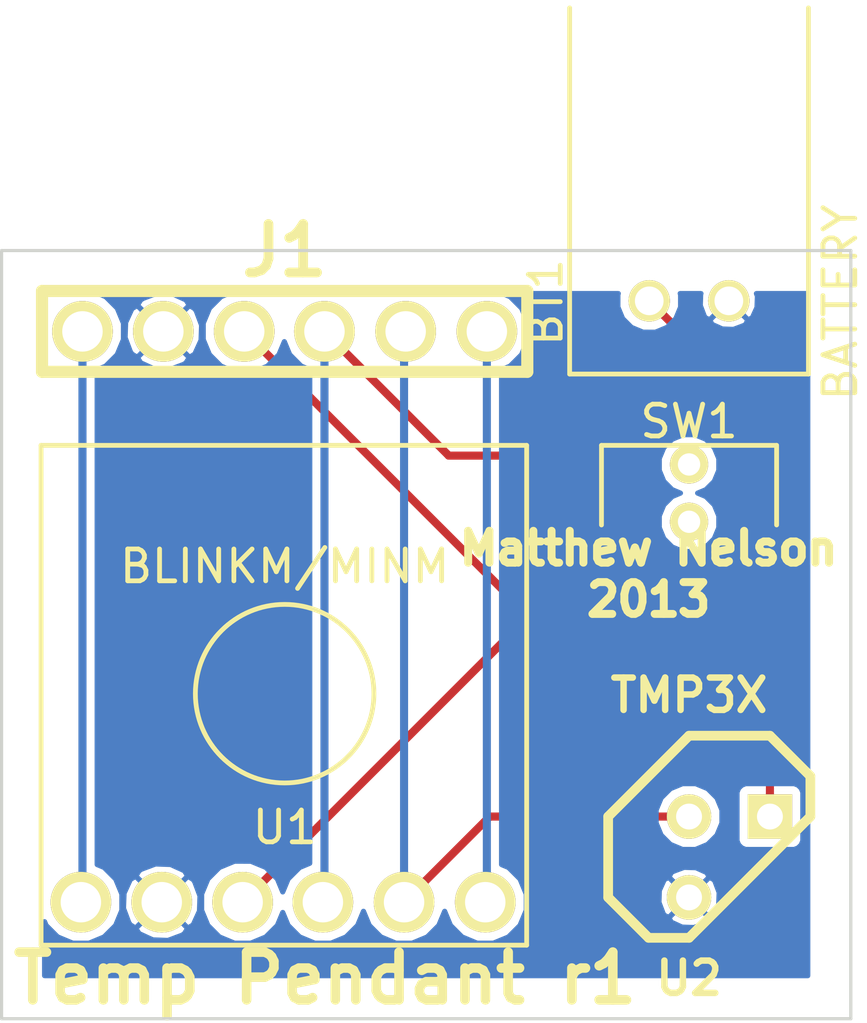
<source format=kicad_pcb>
(kicad_pcb (version 3) (host pcbnew "(2013-07-07 BZR 4022)-stable")

  (general
    (links 15)
    (no_connects 0)
    (area 199.339999 118.876 226.559 151.180001)
    (thickness 1.6)
    (drawings 6)
    (tracks 36)
    (zones 0)
    (modules 5)
    (nets 7)
  )

  (page A3)
  (title_block 
    (title "Temperature Pendant")
    (rev 1)
    (company "Aerodyne Labs")
    (comment 1 "Matthew Nelson")
    (comment 2 mnelson@aerodynelabs.com)
    (comment 3 www.rfgeeks.com)
  )

  (layers
    (15 F.Cu signal)
    (0 B.Cu signal)
    (16 B.Adhes user)
    (17 F.Adhes user)
    (18 B.Paste user)
    (19 F.Paste user)
    (20 B.SilkS user)
    (21 F.SilkS user)
    (22 B.Mask user)
    (23 F.Mask user)
    (24 Dwgs.User user)
    (25 Cmts.User user)
    (26 Eco1.User user)
    (27 Eco2.User user)
    (28 Edge.Cuts user)
  )

  (setup
    (last_trace_width 0.254)
    (trace_clearance 0.254)
    (zone_clearance 0.16)
    (zone_45_only no)
    (trace_min 0.254)
    (segment_width 0.2)
    (edge_width 0.1)
    (via_size 0.889)
    (via_drill 0.635)
    (via_min_size 0.889)
    (via_min_drill 0.508)
    (uvia_size 0.508)
    (uvia_drill 0.127)
    (uvias_allowed no)
    (uvia_min_size 0.508)
    (uvia_min_drill 0.127)
    (pcb_text_width 0.3)
    (pcb_text_size 1.5 1.5)
    (mod_edge_width 0.15)
    (mod_text_size 1 1)
    (mod_text_width 0.15)
    (pad_size 1.5 1.5)
    (pad_drill 0.6)
    (pad_to_mask_clearance 0)
    (aux_axis_origin 0 0)
    (visible_elements FFFFFFBF)
    (pcbplotparams
      (layerselection 284196865)
      (usegerberextensions true)
      (excludeedgelayer true)
      (linewidth 0.150000)
      (plotframeref false)
      (viasonmask false)
      (mode 1)
      (useauxorigin false)
      (hpglpennumber 1)
      (hpglpenspeed 20)
      (hpglpendiameter 15)
      (hpglpenoverlay 2)
      (psnegative false)
      (psa4output false)
      (plotreference true)
      (plotvalue true)
      (plotothertext true)
      (plotinvisibletext false)
      (padsonsilk false)
      (subtractmaskfromsilk false)
      (outputformat 1)
      (mirror false)
      (drillshape 0)
      (scaleselection 1)
      (outputdirectory Gerber/))
  )

  (net 0 "")
  (net 1 +BATT)
  (net 2 GND)
  (net 3 MISO)
  (net 4 RST)
  (net 5 SW)
  (net 6 TEMP)

  (net_class Default "This is the default net class."
    (clearance 0.254)
    (trace_width 0.254)
    (via_dia 0.889)
    (via_drill 0.635)
    (uvia_dia 0.508)
    (uvia_drill 0.127)
    (add_net "")
    (add_net +BATT)
    (add_net GND)
    (add_net MISO)
    (add_net RST)
    (add_net SW)
    (add_net TEMP)
  )

  (module TO92 (layer F.Cu) (tedit 443CFFD1) (tstamp 526C1C25)
    (at 222.25 146.05)
    (descr "Transistor TO92 brochage type BC237")
    (tags "TR TO92")
    (path /5264B6FD)
    (fp_text reference U2 (at -1.27 3.81) (layer F.SilkS)
      (effects (font (size 1.016 1.016) (thickness 0.2032)))
    )
    (fp_text value TMP3X (at -1.27 -5.08) (layer F.SilkS)
      (effects (font (size 1.016 1.016) (thickness 0.2032)))
    )
    (fp_line (start -1.27 2.54) (end 2.54 -1.27) (layer F.SilkS) (width 0.3048))
    (fp_line (start 2.54 -1.27) (end 2.54 -2.54) (layer F.SilkS) (width 0.3048))
    (fp_line (start 2.54 -2.54) (end 1.27 -3.81) (layer F.SilkS) (width 0.3048))
    (fp_line (start 1.27 -3.81) (end -1.27 -3.81) (layer F.SilkS) (width 0.3048))
    (fp_line (start -1.27 -3.81) (end -3.81 -1.27) (layer F.SilkS) (width 0.3048))
    (fp_line (start -3.81 -1.27) (end -3.81 1.27) (layer F.SilkS) (width 0.3048))
    (fp_line (start -3.81 1.27) (end -2.54 2.54) (layer F.SilkS) (width 0.3048))
    (fp_line (start -2.54 2.54) (end -1.27 2.54) (layer F.SilkS) (width 0.3048))
    (pad 1 thru_hole rect (at 1.27 -1.27) (size 1.397 1.397) (drill 0.8128)
      (layers *.Cu *.Mask F.SilkS)
      (net 1 +BATT)
    )
    (pad 2 thru_hole circle (at -1.27 -1.27) (size 1.397 1.397) (drill 0.8128)
      (layers *.Cu *.Mask F.SilkS)
      (net 6 TEMP)
    )
    (pad 3 thru_hole circle (at -1.27 1.27) (size 1.397 1.397) (drill 0.8128)
      (layers *.Cu *.Mask F.SilkS)
      (net 2 GND)
    )
    (model discret/to98.wrl
      (at (xyz 0 0 0))
      (scale (xyz 1 1 1))
      (rotate (xyz 0 0 0))
    )
  )

  (module HDRV6W38P254_6X1 (layer F.Cu) (tedit 5213B9C5) (tstamp 526C1C3F)
    (at 208.28 129.54)
    (path /5265F63E)
    (fp_text reference J1 (at 0 -2.54) (layer F.SilkS)
      (effects (font (size 1.524 1.524) (thickness 0.3048)))
    )
    (fp_text value CONN-6 (at 0 2.54) (layer F.SilkS) hide
      (effects (font (size 1.524 1.524) (thickness 0.3048)))
    )
    (fp_line (start -7.62 1.27) (end 7.62 1.27) (layer F.SilkS) (width 0.381))
    (fp_line (start 7.62 -1.27) (end -7.62 -1.27) (layer F.SilkS) (width 0.381))
    (fp_line (start -7.62 -1.27) (end -7.62 1.27) (layer F.SilkS) (width 0.381))
    (fp_line (start 7.62 1.27) (end 7.62 -1.27) (layer F.SilkS) (width 0.381))
    (pad 1 thru_hole circle (at -6.35 0) (size 1.905 1.905) (drill 1.27)
      (layers *.Cu *.Mask F.SilkS)
      (net 4 RST)
    )
    (pad 2 thru_hole circle (at -3.81 0) (size 1.905 1.905) (drill 1.27)
      (layers *.Cu *.Mask F.SilkS)
      (net 2 GND)
    )
    (pad 3 thru_hole circle (at -1.27 0) (size 1.905 1.905) (drill 1.27)
      (layers *.Cu *.Mask F.SilkS)
      (net 1 +BATT)
    )
    (pad 4 thru_hole circle (at 1.25 0) (size 1.905 1.905) (drill 1.27)
      (layers *.Cu *.Mask F.SilkS)
      (net 5 SW)
    )
    (pad 5 thru_hole circle (at 3.8 0) (size 1.905 1.905) (drill 1.27)
      (layers *.Cu *.Mask F.SilkS)
      (net 6 TEMP)
    )
    (pad 6 thru_hole circle (at 6.35 0) (size 1.905 1.905) (drill 1.27)
      (layers *.Cu *.Mask F.SilkS)
      (net 3 MISO)
    )
  )

  (module CONN-JST-XH-2 (layer F.Cu) (tedit 5230F56A) (tstamp 526C1C48)
    (at 220.98 119.38)
    (path /5264A202)
    (fp_text reference BT1 (at -4.5 9.25 90) (layer F.SilkS)
      (effects (font (size 1 1) (thickness 0.15)))
    )
    (fp_text value BATTERY (at 4.75 9.25 90) (layer F.SilkS)
      (effects (font (size 1 1) (thickness 0.15)))
    )
    (fp_line (start -3.75 0) (end -3.75 11.5) (layer F.SilkS) (width 0.15))
    (fp_line (start -3.75 11.5) (end 3.75 11.5) (layer F.SilkS) (width 0.15))
    (fp_line (start 3.75 11.5) (end 3.75 0) (layer F.SilkS) (width 0.15))
    (pad 1 thru_hole circle (at -1.25 9.2) (size 1.3 1.3) (drill 0.9)
      (layers *.Cu *.Mask F.SilkS)
      (net 1 +BATT)
    )
    (pad 2 thru_hole circle (at 1.25 9.2) (size 1.3 1.3) (drill 0.9)
      (layers *.Cu *.Mask F.SilkS)
      (net 2 GND)
    )
  )

  (module BlinkM (layer F.Cu) (tedit 526C0C3B) (tstamp 526C1C57)
    (at 208.28 140.97)
    (path /5265EB43)
    (fp_text reference U1 (at 0 4.15) (layer F.SilkS)
      (effects (font (size 1 1) (thickness 0.15)))
    )
    (fp_text value BLINKM/MINM (at 0 -4.05) (layer F.SilkS)
      (effects (font (size 1 1) (thickness 0.15)))
    )
    (fp_circle (center 0 -0.05) (end -2.4 -1.5) (layer F.SilkS) (width 0.15))
    (fp_line (start -7.65 -7.85) (end 7.6 -7.85) (layer F.SilkS) (width 0.15))
    (fp_line (start 7.6 -7.85) (end 7.6 7.85) (layer F.SilkS) (width 0.15))
    (fp_line (start 7.6 7.85) (end -7.65 7.85) (layer F.SilkS) (width 0.15))
    (fp_line (start -7.65 7.85) (end -7.65 -7.85) (layer F.SilkS) (width 0.15))
    (pad 1 thru_hole circle (at -6.4 6.5) (size 1.905 1.905) (drill 1.27)
      (layers *.Cu *.Mask F.SilkS)
      (net 4 RST)
    )
    (pad 2 thru_hole circle (at -3.86 6.5) (size 1.905 1.905) (drill 1.27)
      (layers *.Cu *.Mask F.SilkS)
      (net 2 GND)
    )
    (pad 3 thru_hole circle (at -1.32 6.5) (size 1.905 1.905) (drill 1.27)
      (layers *.Cu *.Mask F.SilkS)
      (net 1 +BATT)
    )
    (pad 4 thru_hole circle (at 1.2 6.5) (size 1.905 1.905) (drill 1.27)
      (layers *.Cu *.Mask F.SilkS)
      (net 5 SW)
    )
    (pad 5 thru_hole circle (at 3.75 6.5) (size 1.905 1.905) (drill 1.27)
      (layers *.Cu *.Mask F.SilkS)
      (net 6 TEMP)
    )
    (pad 6 thru_hole circle (at 6.3 6.5) (size 1.905 1.905) (drill 1.27)
      (layers *.Cu *.Mask F.SilkS)
      (net 3 MISO)
    )
    (model 3D/Devices/blinkm.wrl
      (at (xyz -0.31 -0.31 0.13))
      (scale (xyz 0.39 0.39 0.39))
      (rotate (xyz 270 0 90))
    )
  )

  (module SW-EVQP7 (layer F.Cu) (tedit 52280678) (tstamp 526C1C31)
    (at 220.98 134.62)
    (descr "SW, Mom, SMD Right")
    (path /5264B70C)
    (fp_text reference SW1 (at 0 -2.25) (layer F.SilkS)
      (effects (font (size 1 1) (thickness 0.15)))
    )
    (fp_text value SW-MOM (at 0 0) (layer F.SilkS) hide
      (effects (font (size 1 1) (thickness 0.15)))
    )
    (fp_line (start -2.75 1) (end -2.75 -1.5) (layer F.SilkS) (width 0.15))
    (fp_line (start -2.75 -1.5) (end 2.75 -1.5) (layer F.SilkS) (width 0.15))
    (fp_line (start 2.75 -1.5) (end 2.75 1) (layer F.SilkS) (width 0.15))
    (pad 1 smd rect (at 1.8 -0.725) (size 1.4 1.05)
      (layers F.Cu F.Paste F.Mask)
      (net 5 SW)
    )
    (pad 1 smd rect (at -1.8 -0.725) (size 1.4 1.05)
      (layers F.Cu F.Paste F.Mask)
      (net 5 SW)
    )
    (pad 2 smd rect (at -1.8 0.725) (size 1.4 1.05)
      (layers F.Cu F.Paste F.Mask)
      (net 1 +BATT)
    )
    (pad 2 smd rect (at 1.8 0.725) (size 1.4 1.05)
      (layers F.Cu F.Paste F.Mask)
      (net 1 +BATT)
    )
    (pad "" thru_hole circle (at 0 -0.9) (size 1.2 1.2) (drill 0.7)
      (layers *.Cu *.Mask F.SilkS)
    )
    (pad "" thru_hole circle (at 0 0.9) (size 1.2 1.2) (drill 0.7)
      (layers *.Cu *.Mask F.SilkS)
    )
    (model 3D/Misc/SW-EVQP7.wrl
      (at (xyz 0 0 0))
      (scale (xyz 0.393701 0.393701 0.393701))
      (rotate (xyz 0 0 0))
    )
  )

  (gr_text "Matthew Nelson\n2013" (at 219.71 137.16) (layer F.SilkS)
    (effects (font (size 1 1) (thickness 0.25)))
  )
  (gr_text "Temp Pendant r1" (at 209.55 149.86) (layer F.SilkS)
    (effects (font (size 1.5 1.5) (thickness 0.3)))
  )
  (gr_line (start 199.39 151.13) (end 199.39 127) (angle 90) (layer Edge.Cuts) (width 0.1))
  (gr_line (start 226.06 151.13) (end 199.39 151.13) (angle 90) (layer Edge.Cuts) (width 0.1))
  (gr_line (start 226.06 127) (end 226.06 151.13) (angle 90) (layer Edge.Cuts) (width 0.1))
  (gr_line (start 199.39 127) (end 226.06 127) (angle 90) (layer Edge.Cuts) (width 0.1))

  (segment (start 222.78 135.345) (end 222.78 135.7981) (width 0.254) (layer F.Cu) (net 1))
  (segment (start 222.78 135.7981) (end 222.78 136.2513) (width 0.254) (layer F.Cu) (net 1))
  (segment (start 223.8614 132.7114) (end 219.73 128.58) (width 0.254) (layer F.Cu) (net 1))
  (segment (start 223.8614 134.7167) (end 223.8614 132.7114) (width 0.254) (layer F.Cu) (net 1))
  (segment (start 222.78 135.7981) (end 223.8614 134.7167) (width 0.254) (layer F.Cu) (net 1))
  (segment (start 219.18 135.345) (end 219.18 136.2513) (width 0.254) (layer F.Cu) (net 1))
  (segment (start 222.557 136.4743) (end 222.557 136.5297) (width 0.254) (layer F.Cu) (net 1))
  (segment (start 222.78 136.2513) (end 222.557 136.4743) (width 0.254) (layer F.Cu) (net 1))
  (segment (start 222.557 142.7372) (end 223.52 143.7002) (width 0.254) (layer F.Cu) (net 1))
  (segment (start 222.557 136.5297) (end 222.557 142.7372) (width 0.254) (layer F.Cu) (net 1))
  (segment (start 223.52 144.78) (end 223.52 143.7002) (width 0.254) (layer F.Cu) (net 1))
  (segment (start 219.18 136.3905) (end 219.18 136.2513) (width 0.254) (layer F.Cu) (net 1))
  (segment (start 219.3192 136.5297) (end 219.18 136.3905) (width 0.254) (layer F.Cu) (net 1))
  (segment (start 222.557 136.5297) (end 219.3192 136.5297) (width 0.254) (layer F.Cu) (net 1))
  (segment (start 215.95 138.48) (end 207.01 129.54) (width 0.254) (layer F.Cu) (net 1))
  (segment (start 218.0395 136.3905) (end 215.95 138.48) (width 0.254) (layer F.Cu) (net 1))
  (segment (start 219.18 136.3905) (end 218.0395 136.3905) (width 0.254) (layer F.Cu) (net 1))
  (segment (start 215.95 138.48) (end 206.96 147.47) (width 0.254) (layer F.Cu) (net 1))
  (segment (start 214.63 147.42) (end 214.63 129.54) (width 0.254) (layer B.Cu) (net 3))
  (segment (start 214.58 147.47) (end 214.63 147.42) (width 0.254) (layer B.Cu) (net 3))
  (segment (start 201.93 147.42) (end 201.93 129.54) (width 0.254) (layer B.Cu) (net 4))
  (segment (start 201.88 147.47) (end 201.93 147.42) (width 0.254) (layer B.Cu) (net 4))
  (segment (start 222.5154 132.7241) (end 222.78 132.9887) (width 0.254) (layer F.Cu) (net 5))
  (segment (start 219.4446 132.7241) (end 222.5154 132.7241) (width 0.254) (layer F.Cu) (net 5))
  (segment (start 219.18 132.9887) (end 219.4446 132.7241) (width 0.254) (layer F.Cu) (net 5))
  (segment (start 222.78 133.895) (end 222.78 132.9887) (width 0.254) (layer F.Cu) (net 5))
  (segment (start 219.18 133.895) (end 219.18 133.4418) (width 0.254) (layer F.Cu) (net 5))
  (segment (start 219.18 133.4418) (end 219.18 132.9887) (width 0.254) (layer F.Cu) (net 5))
  (segment (start 213.4318 133.4418) (end 209.53 129.54) (width 0.254) (layer F.Cu) (net 5))
  (segment (start 219.18 133.4418) (end 213.4318 133.4418) (width 0.254) (layer F.Cu) (net 5))
  (segment (start 209.53 147.42) (end 209.53 129.54) (width 0.254) (layer B.Cu) (net 5))
  (segment (start 209.48 147.47) (end 209.53 147.42) (width 0.254) (layer B.Cu) (net 5))
  (segment (start 214.72 144.78) (end 220.98 144.78) (width 0.254) (layer F.Cu) (net 6))
  (segment (start 212.03 147.47) (end 214.72 144.78) (width 0.254) (layer F.Cu) (net 6))
  (segment (start 212.03 129.59) (end 212.03 147.47) (width 0.254) (layer B.Cu) (net 6))
  (segment (start 212.08 129.54) (end 212.03 129.59) (width 0.254) (layer B.Cu) (net 6))

  (zone (net 2) (net_name GND) (layer B.Cu) (tstamp 526D688A) (hatch edge 0.508)
    (connect_pads (clearance 0.16))
    (min_thickness 0.16)
    (fill (arc_segments 16) (thermal_gap 0.16) (thermal_bridge_width 0.17))
    (polygon
      (pts
        (xy 200.66 128.27) (xy 224.79 128.27) (xy 224.79 149.86) (xy 200.66 149.86)
      )
    )
    (filled_polygon
      (pts
        (xy 224.71 149.78) (xy 224.552557 149.78) (xy 224.552557 145.412355) (xy 224.552557 144.015355) (xy 224.501816 143.892552)
        (xy 224.407942 143.798514) (xy 224.285228 143.747559) (xy 224.152355 143.747443) (xy 222.825682 143.747443) (xy 222.825682 129.182753)
        (xy 222.23 128.587071) (xy 221.634318 129.182753) (xy 221.700676 129.317059) (xy 222.023028 129.463517) (xy 222.376891 129.475468)
        (xy 222.70839 129.351091) (xy 222.759324 129.317059) (xy 222.825682 129.182753) (xy 222.825682 143.747443) (xy 222.755355 143.747443)
        (xy 222.632552 143.798184) (xy 222.538514 143.892058) (xy 222.487559 144.014772) (xy 222.487443 144.147645) (xy 222.487443 145.544645)
        (xy 222.538184 145.667448) (xy 222.632058 145.761486) (xy 222.754772 145.812441) (xy 222.887645 145.812557) (xy 224.284645 145.812557)
        (xy 224.407448 145.761816) (xy 224.501486 145.667942) (xy 224.552441 145.545228) (xy 224.552557 145.412355) (xy 224.552557 149.78)
        (xy 222.012678 149.78) (xy 222.012678 144.575524) (xy 221.914162 144.337096) (xy 221.914162 135.335031) (xy 221.772268 134.991623)
        (xy 221.509759 134.728655) (xy 221.247867 134.619908) (xy 221.508377 134.512268) (xy 221.771345 134.249759) (xy 221.913837 133.906599)
        (xy 221.914162 133.535031) (xy 221.772268 133.191623) (xy 221.509759 132.928655) (xy 221.166599 132.786163) (xy 220.795031 132.785838)
        (xy 220.451623 132.927732) (xy 220.188655 133.190241) (xy 220.046163 133.533401) (xy 220.045838 133.904969) (xy 220.187732 134.248377)
        (xy 220.450241 134.511345) (xy 220.712132 134.620091) (xy 220.451623 134.727732) (xy 220.188655 134.990241) (xy 220.046163 135.333401)
        (xy 220.045838 135.704969) (xy 220.187732 136.048377) (xy 220.450241 136.311345) (xy 220.793401 136.453837) (xy 221.164969 136.454162)
        (xy 221.508377 136.312268) (xy 221.771345 136.049759) (xy 221.913837 135.706599) (xy 221.914162 135.335031) (xy 221.914162 144.337096)
        (xy 221.855821 144.1959) (xy 221.565627 143.9052) (xy 221.186278 143.74768) (xy 220.775524 143.747322) (xy 220.3959 143.904179)
        (xy 220.1052 144.194373) (xy 219.94768 144.573722) (xy 219.947322 144.984476) (xy 220.104179 145.3641) (xy 220.394373 145.6548)
        (xy 220.773722 145.81232) (xy 221.184476 145.812678) (xy 221.5641 145.655821) (xy 221.8548 145.365627) (xy 222.01232 144.986278)
        (xy 222.012678 144.575524) (xy 222.012678 149.78) (xy 221.924309 149.78) (xy 221.924309 147.165374) (xy 221.793255 146.815773)
        (xy 221.757064 146.76161) (xy 221.61772 146.689351) (xy 221.610649 146.696422) (xy 221.610649 146.68228) (xy 221.53839 146.542936)
        (xy 221.198516 146.3884) (xy 220.825374 146.375691) (xy 220.475773 146.506745) (xy 220.42161 146.542936) (xy 220.349351 146.68228)
        (xy 220.98 147.312929) (xy 221.610649 146.68228) (xy 221.610649 146.696422) (xy 220.987071 147.32) (xy 221.61772 147.950649)
        (xy 221.757064 147.87839) (xy 221.9116 147.538516) (xy 221.924309 147.165374) (xy 221.924309 149.78) (xy 221.610649 149.78)
        (xy 221.610649 147.95772) (xy 220.98 147.327071) (xy 220.972929 147.334142) (xy 220.972929 147.32) (xy 220.34228 146.689351)
        (xy 220.202936 146.76161) (xy 220.0484 147.101484) (xy 220.035691 147.474626) (xy 220.166745 147.824227) (xy 220.202936 147.87839)
        (xy 220.34228 147.950649) (xy 220.972929 147.32) (xy 220.972929 147.334142) (xy 220.349351 147.95772) (xy 220.42161 148.097064)
        (xy 220.761484 148.2516) (xy 221.134626 148.264309) (xy 221.484227 148.133255) (xy 221.53839 148.097064) (xy 221.610649 147.95772)
        (xy 221.610649 149.78) (xy 205.6701 149.78) (xy 205.6701 129.344861) (xy 205.504072 128.900457) (xy 205.456583 128.829385)
        (xy 205.290846 128.726225) (xy 204.477071 129.54) (xy 205.290846 130.353775) (xy 205.456583 130.250615) (xy 205.653424 129.818973)
        (xy 205.6701 129.344861) (xy 205.6701 149.78) (xy 205.6201 149.78) (xy 205.6201 147.274861) (xy 205.454072 146.830457)
        (xy 205.406583 146.759385) (xy 205.283775 146.682945) (xy 205.283775 130.360846) (xy 204.47 129.547071) (xy 204.462929 129.554142)
        (xy 204.462929 129.54) (xy 203.649154 128.726225) (xy 203.483417 128.829385) (xy 203.286576 129.261027) (xy 203.2699 129.735139)
        (xy 203.435928 130.179543) (xy 203.483417 130.250615) (xy 203.649154 130.353775) (xy 204.462929 129.54) (xy 204.462929 129.554142)
        (xy 203.656225 130.360846) (xy 203.759385 130.526583) (xy 204.191027 130.723424) (xy 204.665139 130.7401) (xy 205.109543 130.574072)
        (xy 205.180615 130.526583) (xy 205.283775 130.360846) (xy 205.283775 146.682945) (xy 205.240846 146.656225) (xy 205.233775 146.663296)
        (xy 205.233775 146.649154) (xy 205.130615 146.483417) (xy 204.698973 146.286576) (xy 204.224861 146.2699) (xy 203.780457 146.435928)
        (xy 203.709385 146.483417) (xy 203.606225 146.649154) (xy 204.42 147.462929) (xy 205.233775 146.649154) (xy 205.233775 146.663296)
        (xy 204.427071 147.47) (xy 205.240846 148.283775) (xy 205.406583 148.180615) (xy 205.603424 147.748973) (xy 205.6201 147.274861)
        (xy 205.6201 149.78) (xy 205.233775 149.78) (xy 205.233775 148.290846) (xy 204.42 147.477071) (xy 204.412929 147.484142)
        (xy 204.412929 147.47) (xy 203.599154 146.656225) (xy 203.433417 146.759385) (xy 203.236576 147.191027) (xy 203.2199 147.665139)
        (xy 203.385928 148.109543) (xy 203.433417 148.180615) (xy 203.599154 148.283775) (xy 204.412929 147.47) (xy 204.412929 147.484142)
        (xy 203.606225 148.290846) (xy 203.709385 148.456583) (xy 204.141027 148.653424) (xy 204.615139 148.6701) (xy 205.059543 148.504072)
        (xy 205.130615 148.456583) (xy 205.233775 148.290846) (xy 205.233775 149.78) (xy 200.74 149.78) (xy 200.74 148.079875)
        (xy 200.788722 148.197792) (xy 201.150305 148.560006) (xy 201.622977 148.756276) (xy 202.134778 148.756723) (xy 202.607792 148.561278)
        (xy 202.970006 148.199695) (xy 203.166276 147.727023) (xy 203.166723 147.215222) (xy 202.971278 146.742208) (xy 202.609695 146.379994)
        (xy 202.391 146.289184) (xy 202.391 130.741513) (xy 202.657792 130.631278) (xy 203.020006 130.269695) (xy 203.216276 129.797023)
        (xy 203.216723 129.285222) (xy 203.021278 128.812208) (xy 202.659695 128.449994) (xy 202.418882 128.35) (xy 204.247826 128.35)
        (xy 203.830457 128.505928) (xy 203.759385 128.553417) (xy 203.656225 128.719154) (xy 204.47 129.532929) (xy 205.283775 128.719154)
        (xy 205.180615 128.553417) (xy 204.748973 128.356576) (xy 204.562012 128.35) (xy 206.521133 128.35) (xy 206.282208 128.448722)
        (xy 205.919994 128.810305) (xy 205.723724 129.282977) (xy 205.723277 129.794778) (xy 205.918722 130.267792) (xy 206.280305 130.630006)
        (xy 206.752977 130.826276) (xy 207.264778 130.826723) (xy 207.737792 130.631278) (xy 208.100006 130.269695) (xy 208.270176 129.859878)
        (xy 208.438722 130.267792) (xy 208.800305 130.630006) (xy 209.069 130.741577) (xy 209.069 146.247826) (xy 208.752208 146.378722)
        (xy 208.389994 146.740305) (xy 208.219823 147.150121) (xy 208.051278 146.742208) (xy 207.689695 146.379994) (xy 207.217023 146.183724)
        (xy 206.705222 146.183277) (xy 206.232208 146.378722) (xy 205.869994 146.740305) (xy 205.673724 147.212977) (xy 205.673277 147.724778)
        (xy 205.868722 148.197792) (xy 206.230305 148.560006) (xy 206.702977 148.756276) (xy 207.214778 148.756723) (xy 207.687792 148.561278)
        (xy 208.050006 148.199695) (xy 208.220176 147.789878) (xy 208.388722 148.197792) (xy 208.750305 148.560006) (xy 209.222977 148.756276)
        (xy 209.734778 148.756723) (xy 210.207792 148.561278) (xy 210.570006 148.199695) (xy 210.755213 147.753665) (xy 210.938722 148.197792)
        (xy 211.300305 148.560006) (xy 211.772977 148.756276) (xy 212.284778 148.756723) (xy 212.757792 148.561278) (xy 213.120006 148.199695)
        (xy 213.305213 147.753665) (xy 213.488722 148.197792) (xy 213.850305 148.560006) (xy 214.322977 148.756276) (xy 214.834778 148.756723)
        (xy 215.307792 148.561278) (xy 215.670006 148.199695) (xy 215.866276 147.727023) (xy 215.866723 147.215222) (xy 215.671278 146.742208)
        (xy 215.309695 146.379994) (xy 215.091 146.289184) (xy 215.091 130.741513) (xy 215.357792 130.631278) (xy 215.720006 130.269695)
        (xy 215.916276 129.797023) (xy 215.916723 129.285222) (xy 215.721278 128.812208) (xy 215.359695 128.449994) (xy 215.118882 128.35)
        (xy 218.760045 128.35) (xy 218.746172 128.383412) (xy 218.74583 128.774871) (xy 218.89532 129.136663) (xy 219.171881 129.413708)
        (xy 219.533412 129.563828) (xy 219.924871 129.56417) (xy 220.286663 129.41468) (xy 220.563708 129.138119) (xy 220.713828 128.776588)
        (xy 220.71417 128.385129) (xy 220.699654 128.35) (xy 221.356945 128.35) (xy 221.346483 128.373028) (xy 221.334532 128.726891)
        (xy 221.458909 129.05839) (xy 221.492941 129.109324) (xy 221.627247 129.175682) (xy 222.222929 128.58) (xy 222.208786 128.565857)
        (xy 222.215857 128.558786) (xy 222.23 128.572929) (xy 222.244142 128.558786) (xy 222.251213 128.565857) (xy 222.237071 128.58)
        (xy 222.832753 129.175682) (xy 222.967059 129.109324) (xy 223.113517 128.786972) (xy 223.125468 128.433109) (xy 223.094285 128.35)
        (xy 224.71 128.35) (xy 224.71 149.78)
      )
    )
  )
)

</source>
